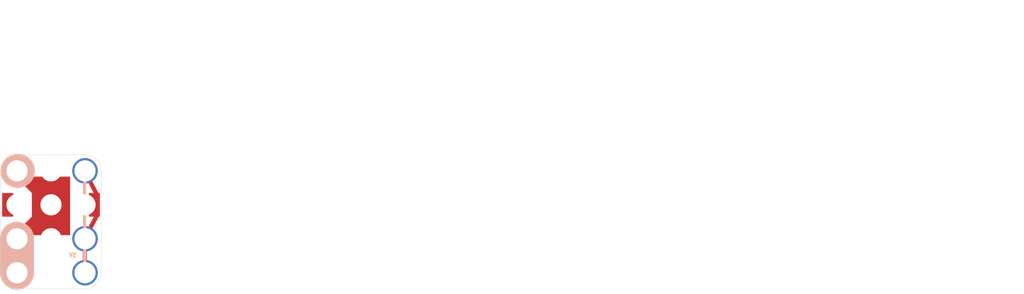
<source format=kicad_pcb>
(kicad_pcb (version 20171130) (host pcbnew 5.0.2-bee76a0~70~ubuntu16.04.1)

  (general
    (thickness 1.6)
    (drawings 7)
    (tracks 0)
    (zones 0)
    (modules 1)
    (nets 3)
  )

  (page USLetter)
  (title_block
    (title "3x4 CR2032 Coin Cell Battery Module")
    (date "19 Dec 2016")
    (rev v1.4)
    (company "CERN Open Hardware License v1.2.")
    (comment 1 help@browndoggadgets.com)
    (comment 2 http://browndoggadgets.com/)
    (comment 3 "Brown Dog Gadgets")
  )

  (layers
    (0 F.Cu signal)
    (31 B.Cu signal)
    (34 B.Paste user)
    (35 F.Paste user)
    (36 B.SilkS user)
    (37 F.SilkS user)
    (38 B.Mask user)
    (39 F.Mask user)
    (40 Dwgs.User user)
    (44 Edge.Cuts user)
    (46 B.CrtYd user)
    (47 F.CrtYd user)
    (48 B.Fab user)
    (49 F.Fab user)
  )

  (setup
    (last_trace_width 0.254)
    (user_trace_width 0.1524)
    (user_trace_width 0.254)
    (user_trace_width 0.3302)
    (user_trace_width 0.508)
    (user_trace_width 0.762)
    (user_trace_width 1.27)
    (trace_clearance 0.254)
    (zone_clearance 0.508)
    (zone_45_only no)
    (trace_min 0.1524)
    (segment_width 0.1524)
    (edge_width 0.1524)
    (via_size 0.6858)
    (via_drill 0.3302)
    (via_min_size 0.6858)
    (via_min_drill 0.3302)
    (user_via 0.6858 0.3302)
    (user_via 0.762 0.4064)
    (user_via 0.8636 0.508)
    (uvia_size 0.6858)
    (uvia_drill 0.3302)
    (uvias_allowed no)
    (uvia_min_size 0)
    (uvia_min_drill 0)
    (pcb_text_width 0.1524)
    (pcb_text_size 1.016 1.016)
    (mod_edge_width 0.1524)
    (mod_text_size 1.016 1.016)
    (mod_text_width 0.1524)
    (pad_size 1.524 1.524)
    (pad_drill 0.762)
    (pad_to_mask_clearance 0.254)
    (solder_mask_min_width 0.1016)
    (pad_to_paste_clearance -0.0762)
    (aux_axis_origin 0 0)
    (visible_elements FFFEDF7D)
    (pcbplotparams
      (layerselection 0x310fc_80000001)
      (usegerberextensions true)
      (usegerberattributes false)
      (usegerberadvancedattributes false)
      (creategerberjobfile false)
      (excludeedgelayer true)
      (linewidth 0.100000)
      (plotframeref false)
      (viasonmask false)
      (mode 1)
      (useauxorigin false)
      (hpglpennumber 1)
      (hpglpenspeed 20)
      (hpglpendiameter 15.000000)
      (psnegative false)
      (psa4output false)
      (plotreference true)
      (plotvalue true)
      (plotinvisibletext false)
      (padsonsilk false)
      (subtractmaskfromsilk false)
      (outputformat 1)
      (mirror false)
      (drillshape 0)
      (scaleselection 1)
      (outputdirectory "gerbers"))
  )

  (net 0 "")
  (net 1 GND)
  (net 2 VCC)

  (net_class Default "This is the default net class."
    (clearance 0.254)
    (trace_width 0.254)
    (via_dia 0.6858)
    (via_drill 0.3302)
    (uvia_dia 0.6858)
    (uvia_drill 0.3302)
    (add_net GND)
    (add_net VCC)
  )

  (module Crazy_Circuits:CR2032-3x4 (layer F.Cu) (tedit 5BAB05E6) (tstamp 587F2B2C)
    (at 21.7698 65.4314)
    (path /5858515E)
    (fp_text reference BT1 (at 4 -8 90) (layer F.Fab) hide
      (effects (font (size 1 1) (thickness 0.15)))
    )
    (fp_text value Battery (at 25.9822 6.7046) (layer F.SilkS) hide
      (effects (font (size 1 1) (thickness 0.15)))
    )
    (fp_arc (start 16.001762 0.000423) (end 16.001762 -2.749577) (angle 178.994917) (layer F.Mask) (width 0.6))
    (fp_arc (start -0.001762 -0.000423) (end -0.001762 2.749577) (angle 178.994917) (layer F.Mask) (width 0.6))
    (fp_arc (start -0.05 -16) (end -0.05 -13.25) (angle 178.994917) (layer F.Mask) (width 0.6))
    (fp_text user 3V (at 13.05 3.9) (layer F.SilkS)
      (effects (font (size 1 1) (thickness 0.15)))
    )
    (fp_text user 3V (at 13.15 3.9) (layer B.SilkS)
      (effects (font (size 1 1) (thickness 0.15)) (justify mirror))
    )
    (fp_line (start 0 0) (end 0 8) (layer F.SilkS) (width 8))
    (fp_line (start 0.1 -16) (end 0.2 -16) (layer B.SilkS) (width 8))
    (fp_line (start 7.85 -14.1) (end 8.6 -14.75) (layer F.Fab) (width 0.127))
    (fp_line (start 7.85 -14.1) (end 7.15 -14.75) (layer F.Fab) (width 0.127))
    (fp_line (start 7.85 -16.15) (end 7.85 -14.1) (layer F.Fab) (width 0.127))
    (fp_text user INSERT (at 7.9 -12.45) (layer F.Fab)
      (effects (font (size 1 1) (thickness 0.15)))
    )
    (fp_arc (start 8 -8.1) (end 5.450001 -10.999999) (angle -278.573592) (layer F.Fab) (width 0.127))
    (fp_line (start 0 -16.002) (end 7.874 -8.255) (layer F.Cu) (width 2.54))
    (fp_text user %R (at 8 -8) (layer F.Fab)
      (effects (font (size 1 1) (thickness 0.15)))
    )
    (fp_line (start 0 0) (end 0 8) (layer B.SilkS) (width 8))
    (fp_line (start 0.1 -16) (end 0.2 -16) (layer F.SilkS) (width 8))
    (fp_line (start -3.8 -16) (end -3.8 8) (layer Edge.Cuts) (width 0.08))
    (fp_line (start 19.8 -16) (end 19.8 8) (layer Edge.Cuts) (width 0.08))
    (fp_line (start 0 -19.8) (end 16 -19.8) (layer Edge.Cuts) (width 0.08))
    (fp_arc (start 0 -16) (end -3.8 -16) (angle 90) (layer Edge.Cuts) (width 0.08))
    (fp_arc (start 16 -16) (end 16 -19.8) (angle 90) (layer Edge.Cuts) (width 0.08))
    (fp_arc (start 16 8) (end 19.8 8) (angle 90) (layer Edge.Cuts) (width 0.08))
    (fp_arc (start 0 8) (end 0 11.8) (angle 90) (layer Edge.Cuts) (width 0.08))
    (fp_line (start 0 11.8) (end 16 11.8) (layer Edge.Cuts) (width 0.08))
    (fp_line (start -3.8 -16) (end -3.8 8) (layer F.Fab) (width 0.05))
    (fp_line (start 19.8 -16) (end 19.8 8) (layer F.Fab) (width 0.05))
    (fp_line (start 0 -19.8) (end 16 -19.8) (layer F.Fab) (width 0.05))
    (fp_arc (start 0 -16) (end -3.8 -16) (angle 90) (layer F.Fab) (width 0.05))
    (fp_arc (start 16 -16) (end 16 -19.8) (angle 90) (layer F.Fab) (width 0.05))
    (fp_arc (start 16 8) (end 19.8 8) (angle 90) (layer F.Fab) (width 0.05))
    (fp_arc (start 0 8) (end 0 11.8) (angle 90) (layer F.Fab) (width 0.05))
    (fp_line (start 0 11.8) (end 16 11.8) (layer F.Fab) (width 0.05))
    (fp_line (start 0.127 0) (end 7.874 -7.874) (layer F.Cu) (width 2.54))
    (fp_line (start 18.923 -10.16) (end 15.875 -16.002) (layer F.Cu) (width 1.016))
    (fp_line (start 18.95 -5.75) (end 16.029 -0.289) (layer F.Cu) (width 1.016))
    (fp_line (start 15.95 7.95) (end 15.95 -16.05) (layer F.SilkS) (width 0.762))
    (fp_line (start 15.95 6.8) (end 15.95 0.15) (layer F.Cu) (width 1.016))
    (fp_line (start 15.9 7.95) (end 15.9 -16.05) (layer B.SilkS) (width 0.762))
    (fp_line (start 0.127 0) (end 0.15 8.15) (layer F.Cu) (width 2.54))
    (fp_text user 3V (at 13.2 3.9) (layer B.SilkS)
      (effects (font (size 1 1) (thickness 0.15)) (justify mirror))
    )
    (fp_arc (start 16 -16) (end 16 -18.7) (angle 180) (layer F.Mask) (width 0.6))
    (pad "" np_thru_hole circle (at 8 -8) (size 4.98 4.98) (drill 4.98) (layers *.Cu B.Mask))
    (pad "" np_thru_hole circle (at 0 -8) (size 4.98 4.98) (drill 4.98) (layers *.Cu B.Mask))
    (pad "" np_thru_hole circle (at 16 -8) (size 4.98 4.98) (drill 4.98) (layers *.Cu B.Mask))
    (pad + smd rect (at 18.2 -8) (size 2.6 5.56) (layers F.Cu F.Paste F.Mask)
      (net 2 VCC))
    (pad GND smd rect (at 7.996 -7.746) (size 9 13.8) (layers F.Cu F.Paste F.Mask)
      (net 1 GND))
    (pad + smd rect (at -2.2 -8) (size 2.6 5.56) (layers F.Cu F.Paste F.Mask)
      (net 2 VCC))
    (pad GND thru_hole circle (at 0 -16) (size 6 6) (drill 4.98) (layers *.Cu B.Mask)
      (net 1 GND))
    (pad "" np_thru_hole circle (at 8 -16) (size 4.98 4.98) (drill 4.98) (layers *.Cu B.Mask))
    (pad + thru_hole circle (at 16 -16) (size 6 6) (drill 4.98) (layers *.Cu B.Mask)
      (net 2 VCC))
    (pad GND thru_hole circle (at 0 0) (size 6 6) (drill 4.98) (layers *.Cu B.Mask)
      (net 1 GND))
    (pad "" np_thru_hole circle (at 8 0) (size 4.98 4.98) (drill 4.98) (layers *.Cu B.Mask))
    (pad + thru_hole circle (at 16 0) (size 6 6) (drill 4.98) (layers *.Cu B.Mask)
      (net 2 VCC))
    (pad GND thru_hole circle (at 0 8) (size 6 6) (drill 4.98) (layers *.Cu *.Mask)
      (net 1 GND))
    (pad "" np_thru_hole circle (at 8 8) (size 4.98 4.98) (drill 4.98) (layers *.Cu))
    (pad + thru_hole circle (at 16 8) (size 6 6) (drill 4.98) (layers *.Cu *.Mask)
      (net 2 VCC))
  )

  (gr_line (start 33.655 53.975) (end 46.99 55.245) (layer F.Fab) (width 0.1524))
  (gr_line (start 34.29 64.77) (end 24.765 64.77) (layer F.Fab) (width 0.1524) (tstamp 5CC0723F))
  (gr_line (start 24.765 50.8) (end 24.765 64.77) (layer F.Fab) (width 0.1524))
  (gr_line (start 34.29 64.77) (end 34.29 50.8) (layer F.Fab) (width 0.1524))
  (gr_line (start 34.29 50.8) (end 24.765 50.8) (layer F.Fab) (width 0.1524))
  (gr_text "FLOOD FILL THE CENTRAL RECTANGULAR \nGROUND PAD TO BE AT LEAST FLUSH\nWITH THE SOLDER MASK TO ENSURE \nGOOD BATTERY CONTACT" (at 61.84392 55.51932) (layer F.Fab)
    (effects (font (size 1.016 1.016) (thickness 0.1524)))
  )
  (gr_text "FABRICATION NOTES\n\n1. THIS IS A 2 LAYER BOARD. \n2. EXTERNAL LAYERS SHALL HAVE 1 OZ COPPER.\n3. MATERIAL: FR4 AND 0.062 INCH +/- 10% THICK.\n4. BOARDS SHALL BE ROHS COMPLIANT. \n5. MANUFACTURE IN ACCORDANCE WITH IPC-6012 CLASS 2\n6. MASK: BOTH SIDES OF THE BOARD SHALL HAVE \n   SOLDER MASK (ORANGE) OVER BARE COPPER. \n7. SILK: BOTH SIDES OF THE BOARD SHALL HAVE WHITE SILK. \n   DO NOT PLACE SILK OVER BARE COPPER.\n8. FINISH: ENIG.\n9. MINIMUM TRACE WIDTH - 0.006 INCH.\n   MINIMUM SPACE - 0.006 INCH.\n   MINIMUM HOLE DIA - 0.013 INCH. \n10. MAX HOLE PLACEMENT TOLERANCE OF +/- 0.003 INCH.\n11. MAX HOLE DIAMETER TOLERANCE OF +/- 0.003 INCH AFTER PLATING." (at 115.57 43.815) (layer Dwgs.User)
    (effects (font (size 2.54 2.54) (thickness 0.254)) (justify left))
  )

)

</source>
